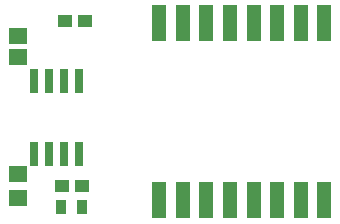
<source format=gbs>
G75*
%MOIN*%
%OFA0B0*%
%FSLAX25Y25*%
%IPPOS*%
%LPD*%
%AMOC8*
5,1,8,0,0,1.08239X$1,22.5*
%
%ADD10R,0.03550X0.05124*%
%ADD11R,0.06400X0.05400*%
%ADD12R,0.03000X0.08400*%
%ADD13R,0.04731X0.04337*%
%ADD14R,0.05124X0.12211*%
D10*
X0021906Y0008589D03*
X0028992Y0008589D03*
D11*
X0007449Y0011589D03*
X0007449Y0019589D03*
X0007449Y0058589D03*
X0007449Y0065589D03*
D12*
X0012949Y0050689D03*
X0017949Y0050689D03*
X0022949Y0050689D03*
X0027949Y0050689D03*
X0027949Y0026489D03*
X0022949Y0026489D03*
X0017949Y0026489D03*
X0012949Y0026489D03*
D13*
X0022102Y0015589D03*
X0028795Y0015589D03*
X0029795Y0070589D03*
X0023102Y0070589D03*
D14*
X0054562Y0070028D03*
X0062436Y0070028D03*
X0070310Y0070028D03*
X0078184Y0070028D03*
X0086058Y0070028D03*
X0093932Y0070028D03*
X0101806Y0070028D03*
X0109680Y0070028D03*
X0109680Y0010972D03*
X0101806Y0010972D03*
X0093932Y0010972D03*
X0086058Y0010972D03*
X0078184Y0010972D03*
X0070310Y0010972D03*
X0062436Y0010972D03*
X0054562Y0010972D03*
M02*

</source>
